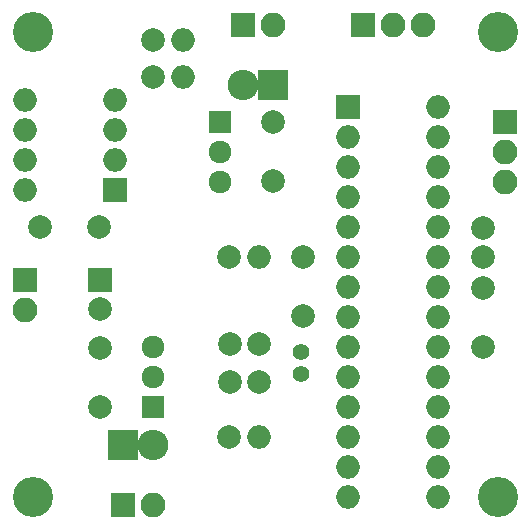
<source format=gbs>
G04 #@! TF.FileFunction,Soldermask,Bot*
%FSLAX46Y46*%
G04 Gerber Fmt 4.6, Leading zero omitted, Abs format (unit mm)*
G04 Created by KiCad (PCBNEW 4.0.7) date Thursday, January 11, 2018 'PMt' 11:46:21 PM*
%MOMM*%
%LPD*%
G01*
G04 APERTURE LIST*
%ADD10C,0.100000*%
%ADD11R,2.000000X2.000000*%
%ADD12O,2.000000X2.000000*%
%ADD13C,1.400000*%
%ADD14C,3.400000*%
%ADD15C,2.000000*%
%ADD16R,2.600000X2.600000*%
%ADD17O,2.600000X2.600000*%
%ADD18R,2.100000X2.100000*%
%ADD19O,2.100000X2.100000*%
%ADD20C,1.920000*%
%ADD21R,1.920000X1.920000*%
G04 APERTURE END LIST*
D10*
D11*
X152400000Y-79375000D03*
D12*
X160020000Y-112395000D03*
X152400000Y-81915000D03*
X160020000Y-109855000D03*
X152400000Y-84455000D03*
X160020000Y-107315000D03*
X152400000Y-86995000D03*
X160020000Y-104775000D03*
X152400000Y-89535000D03*
X160020000Y-102235000D03*
X152400000Y-92075000D03*
X160020000Y-99695000D03*
X152400000Y-94615000D03*
X160020000Y-97155000D03*
X152400000Y-97155000D03*
X160020000Y-94615000D03*
X152400000Y-99695000D03*
X160020000Y-92075000D03*
X152400000Y-102235000D03*
X160020000Y-89535000D03*
X152400000Y-104775000D03*
X160020000Y-86995000D03*
X152400000Y-107315000D03*
X160020000Y-84455000D03*
X152400000Y-109855000D03*
X160020000Y-81915000D03*
X152400000Y-112395000D03*
X160020000Y-79375000D03*
D11*
X132715000Y-86360000D03*
D12*
X125095000Y-78740000D03*
X132715000Y-83820000D03*
X125095000Y-81280000D03*
X132715000Y-81280000D03*
X125095000Y-83820000D03*
X132715000Y-78740000D03*
X125095000Y-86360000D03*
D13*
X148463000Y-101981000D03*
X148463000Y-100081000D03*
D14*
X165100000Y-73025000D03*
X165100000Y-112395000D03*
X125730000Y-73025000D03*
X125730000Y-112395000D03*
D15*
X126365000Y-89535000D03*
X131365000Y-89535000D03*
X148590000Y-92075000D03*
X148590000Y-97075000D03*
X163830000Y-99695000D03*
X163830000Y-94695000D03*
X146050000Y-80645000D03*
X146050000Y-85645000D03*
X131445000Y-104775000D03*
X131445000Y-99775000D03*
X163830000Y-92075000D03*
X163830000Y-89575000D03*
X144907000Y-102616000D03*
X142407000Y-102616000D03*
X144907000Y-99441000D03*
X142407000Y-99441000D03*
D16*
X146050000Y-77470000D03*
D17*
X143510000Y-77470000D03*
D16*
X133350000Y-107950000D03*
D17*
X135890000Y-107950000D03*
D18*
X143510000Y-72390000D03*
D19*
X146050000Y-72390000D03*
D18*
X165735000Y-80645000D03*
D19*
X165735000Y-83185000D03*
X165735000Y-85725000D03*
D15*
X135890000Y-76835000D03*
D12*
X138430000Y-76835000D03*
D15*
X135890000Y-73660000D03*
D12*
X138430000Y-73660000D03*
D15*
X142367000Y-92075000D03*
D12*
X144907000Y-92075000D03*
D15*
X142367000Y-107315000D03*
D12*
X144907000Y-107315000D03*
D18*
X133350000Y-113030000D03*
D19*
X135890000Y-113030000D03*
D18*
X153670000Y-72390000D03*
D19*
X156210000Y-72390000D03*
X158750000Y-72390000D03*
D18*
X125095000Y-93980000D03*
D19*
X125095000Y-96520000D03*
D11*
X131445000Y-93980000D03*
D15*
X131445000Y-96480000D03*
D20*
X141605000Y-83185000D03*
X141605000Y-85725000D03*
D21*
X141605000Y-80645000D03*
D20*
X135890000Y-102235000D03*
X135890000Y-99695000D03*
D21*
X135890000Y-104775000D03*
M02*

</source>
